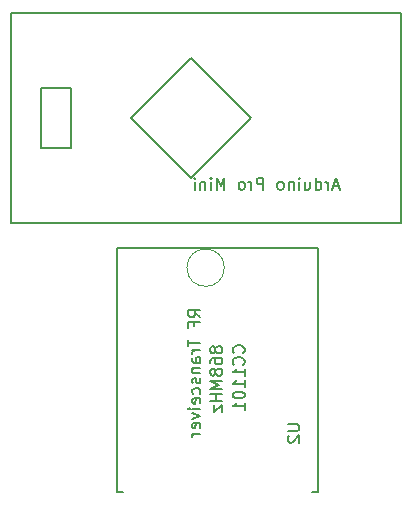
<source format=gbr>
%TF.GenerationSoftware,KiCad,Pcbnew,(6.0.4)*%
%TF.CreationDate,2022-05-02T14:14:32+02:00*%
%TF.ProjectId,HB-SEN-BME280_EXP625,48422d53-454e-42d4-924d-453238305f45,1.0*%
%TF.SameCoordinates,Original*%
%TF.FileFunction,Legend,Bot*%
%TF.FilePolarity,Positive*%
%FSLAX46Y46*%
G04 Gerber Fmt 4.6, Leading zero omitted, Abs format (unit mm)*
G04 Created by KiCad (PCBNEW (6.0.4)) date 2022-05-02 14:14:32*
%MOMM*%
%LPD*%
G01*
G04 APERTURE LIST*
%ADD10C,0.150000*%
%ADD11C,0.120000*%
G04 APERTURE END LIST*
D10*
%TO.C,U1*%
X156369047Y-83286666D02*
X155892857Y-83286666D01*
X156464285Y-83572380D02*
X156130952Y-82572380D01*
X155797619Y-83572380D01*
X155464285Y-83572380D02*
X155464285Y-82905714D01*
X155464285Y-83096190D02*
X155416666Y-83000952D01*
X155369047Y-82953333D01*
X155273809Y-82905714D01*
X155178571Y-82905714D01*
X154416666Y-83572380D02*
X154416666Y-82572380D01*
X154416666Y-83524761D02*
X154511904Y-83572380D01*
X154702380Y-83572380D01*
X154797619Y-83524761D01*
X154845238Y-83477142D01*
X154892857Y-83381904D01*
X154892857Y-83096190D01*
X154845238Y-83000952D01*
X154797619Y-82953333D01*
X154702380Y-82905714D01*
X154511904Y-82905714D01*
X154416666Y-82953333D01*
X153511904Y-82905714D02*
X153511904Y-83572380D01*
X153940476Y-82905714D02*
X153940476Y-83429523D01*
X153892857Y-83524761D01*
X153797619Y-83572380D01*
X153654761Y-83572380D01*
X153559523Y-83524761D01*
X153511904Y-83477142D01*
X153035714Y-83572380D02*
X153035714Y-82905714D01*
X153035714Y-82572380D02*
X153083333Y-82620000D01*
X153035714Y-82667619D01*
X152988095Y-82620000D01*
X153035714Y-82572380D01*
X153035714Y-82667619D01*
X152559523Y-82905714D02*
X152559523Y-83572380D01*
X152559523Y-83000952D02*
X152511904Y-82953333D01*
X152416666Y-82905714D01*
X152273809Y-82905714D01*
X152178571Y-82953333D01*
X152130952Y-83048571D01*
X152130952Y-83572380D01*
X151511904Y-83572380D02*
X151607142Y-83524761D01*
X151654761Y-83477142D01*
X151702380Y-83381904D01*
X151702380Y-83096190D01*
X151654761Y-83000952D01*
X151607142Y-82953333D01*
X151511904Y-82905714D01*
X151369047Y-82905714D01*
X151273809Y-82953333D01*
X151226190Y-83000952D01*
X151178571Y-83096190D01*
X151178571Y-83381904D01*
X151226190Y-83477142D01*
X151273809Y-83524761D01*
X151369047Y-83572380D01*
X151511904Y-83572380D01*
X149988095Y-83572380D02*
X149988095Y-82572380D01*
X149607142Y-82572380D01*
X149511904Y-82620000D01*
X149464285Y-82667619D01*
X149416666Y-82762857D01*
X149416666Y-82905714D01*
X149464285Y-83000952D01*
X149511904Y-83048571D01*
X149607142Y-83096190D01*
X149988095Y-83096190D01*
X148988095Y-83572380D02*
X148988095Y-82905714D01*
X148988095Y-83096190D02*
X148940476Y-83000952D01*
X148892857Y-82953333D01*
X148797619Y-82905714D01*
X148702380Y-82905714D01*
X148226190Y-83572380D02*
X148321428Y-83524761D01*
X148369047Y-83477142D01*
X148416666Y-83381904D01*
X148416666Y-83096190D01*
X148369047Y-83000952D01*
X148321428Y-82953333D01*
X148226190Y-82905714D01*
X148083333Y-82905714D01*
X147988095Y-82953333D01*
X147940476Y-83000952D01*
X147892857Y-83096190D01*
X147892857Y-83381904D01*
X147940476Y-83477142D01*
X147988095Y-83524761D01*
X148083333Y-83572380D01*
X148226190Y-83572380D01*
X146702380Y-83572380D02*
X146702380Y-82572380D01*
X146369047Y-83286666D01*
X146035714Y-82572380D01*
X146035714Y-83572380D01*
X145559523Y-83572380D02*
X145559523Y-82905714D01*
X145559523Y-82572380D02*
X145607142Y-82620000D01*
X145559523Y-82667619D01*
X145511904Y-82620000D01*
X145559523Y-82572380D01*
X145559523Y-82667619D01*
X145083333Y-82905714D02*
X145083333Y-83572380D01*
X145083333Y-83000952D02*
X145035714Y-82953333D01*
X144940476Y-82905714D01*
X144797619Y-82905714D01*
X144702380Y-82953333D01*
X144654761Y-83048571D01*
X144654761Y-83572380D01*
X144178571Y-83572380D02*
X144178571Y-82905714D01*
X144178571Y-82572380D02*
X144226190Y-82620000D01*
X144178571Y-82667619D01*
X144130952Y-82620000D01*
X144178571Y-82572380D01*
X144178571Y-82667619D01*
%TO.C,U2*%
X152052380Y-103408095D02*
X152861904Y-103408095D01*
X152957142Y-103455714D01*
X153004761Y-103503333D01*
X153052380Y-103598571D01*
X153052380Y-103789047D01*
X153004761Y-103884285D01*
X152957142Y-103931904D01*
X152861904Y-103979523D01*
X152052380Y-103979523D01*
X152147619Y-104408095D02*
X152100000Y-104455714D01*
X152052380Y-104550952D01*
X152052380Y-104789047D01*
X152100000Y-104884285D01*
X152147619Y-104931904D01*
X152242857Y-104979523D01*
X152338095Y-104979523D01*
X152480952Y-104931904D01*
X153052380Y-104360476D01*
X153052380Y-104979523D01*
X148307142Y-97374761D02*
X148354761Y-97327142D01*
X148402380Y-97184285D01*
X148402380Y-97089047D01*
X148354761Y-96946190D01*
X148259523Y-96850952D01*
X148164285Y-96803333D01*
X147973809Y-96755714D01*
X147830952Y-96755714D01*
X147640476Y-96803333D01*
X147545238Y-96850952D01*
X147450000Y-96946190D01*
X147402380Y-97089047D01*
X147402380Y-97184285D01*
X147450000Y-97327142D01*
X147497619Y-97374761D01*
X148307142Y-98374761D02*
X148354761Y-98327142D01*
X148402380Y-98184285D01*
X148402380Y-98089047D01*
X148354761Y-97946190D01*
X148259523Y-97850952D01*
X148164285Y-97803333D01*
X147973809Y-97755714D01*
X147830952Y-97755714D01*
X147640476Y-97803333D01*
X147545238Y-97850952D01*
X147450000Y-97946190D01*
X147402380Y-98089047D01*
X147402380Y-98184285D01*
X147450000Y-98327142D01*
X147497619Y-98374761D01*
X148402380Y-99327142D02*
X148402380Y-98755714D01*
X148402380Y-99041428D02*
X147402380Y-99041428D01*
X147545238Y-98946190D01*
X147640476Y-98850952D01*
X147688095Y-98755714D01*
X148402380Y-100279523D02*
X148402380Y-99708095D01*
X148402380Y-99993809D02*
X147402380Y-99993809D01*
X147545238Y-99898571D01*
X147640476Y-99803333D01*
X147688095Y-99708095D01*
X147402380Y-100898571D02*
X147402380Y-100993809D01*
X147450000Y-101089047D01*
X147497619Y-101136666D01*
X147592857Y-101184285D01*
X147783333Y-101231904D01*
X148021428Y-101231904D01*
X148211904Y-101184285D01*
X148307142Y-101136666D01*
X148354761Y-101089047D01*
X148402380Y-100993809D01*
X148402380Y-100898571D01*
X148354761Y-100803333D01*
X148307142Y-100755714D01*
X148211904Y-100708095D01*
X148021428Y-100660476D01*
X147783333Y-100660476D01*
X147592857Y-100708095D01*
X147497619Y-100755714D01*
X147450000Y-100803333D01*
X147402380Y-100898571D01*
X148402380Y-102184285D02*
X148402380Y-101612857D01*
X148402380Y-101898571D02*
X147402380Y-101898571D01*
X147545238Y-101803333D01*
X147640476Y-101708095D01*
X147688095Y-101612857D01*
X145930952Y-97022380D02*
X145883333Y-96927142D01*
X145835714Y-96879523D01*
X145740476Y-96831904D01*
X145692857Y-96831904D01*
X145597619Y-96879523D01*
X145550000Y-96927142D01*
X145502380Y-97022380D01*
X145502380Y-97212857D01*
X145550000Y-97308095D01*
X145597619Y-97355714D01*
X145692857Y-97403333D01*
X145740476Y-97403333D01*
X145835714Y-97355714D01*
X145883333Y-97308095D01*
X145930952Y-97212857D01*
X145930952Y-97022380D01*
X145978571Y-96927142D01*
X146026190Y-96879523D01*
X146121428Y-96831904D01*
X146311904Y-96831904D01*
X146407142Y-96879523D01*
X146454761Y-96927142D01*
X146502380Y-97022380D01*
X146502380Y-97212857D01*
X146454761Y-97308095D01*
X146407142Y-97355714D01*
X146311904Y-97403333D01*
X146121428Y-97403333D01*
X146026190Y-97355714D01*
X145978571Y-97308095D01*
X145930952Y-97212857D01*
X145502380Y-98260476D02*
X145502380Y-98070000D01*
X145550000Y-97974761D01*
X145597619Y-97927142D01*
X145740476Y-97831904D01*
X145930952Y-97784285D01*
X146311904Y-97784285D01*
X146407142Y-97831904D01*
X146454761Y-97879523D01*
X146502380Y-97974761D01*
X146502380Y-98165238D01*
X146454761Y-98260476D01*
X146407142Y-98308095D01*
X146311904Y-98355714D01*
X146073809Y-98355714D01*
X145978571Y-98308095D01*
X145930952Y-98260476D01*
X145883333Y-98165238D01*
X145883333Y-97974761D01*
X145930952Y-97879523D01*
X145978571Y-97831904D01*
X146073809Y-97784285D01*
X145930952Y-98927142D02*
X145883333Y-98831904D01*
X145835714Y-98784285D01*
X145740476Y-98736666D01*
X145692857Y-98736666D01*
X145597619Y-98784285D01*
X145550000Y-98831904D01*
X145502380Y-98927142D01*
X145502380Y-99117619D01*
X145550000Y-99212857D01*
X145597619Y-99260476D01*
X145692857Y-99308095D01*
X145740476Y-99308095D01*
X145835714Y-99260476D01*
X145883333Y-99212857D01*
X145930952Y-99117619D01*
X145930952Y-98927142D01*
X145978571Y-98831904D01*
X146026190Y-98784285D01*
X146121428Y-98736666D01*
X146311904Y-98736666D01*
X146407142Y-98784285D01*
X146454761Y-98831904D01*
X146502380Y-98927142D01*
X146502380Y-99117619D01*
X146454761Y-99212857D01*
X146407142Y-99260476D01*
X146311904Y-99308095D01*
X146121428Y-99308095D01*
X146026190Y-99260476D01*
X145978571Y-99212857D01*
X145930952Y-99117619D01*
X146502380Y-99736666D02*
X145502380Y-99736666D01*
X146216666Y-100070000D01*
X145502380Y-100403333D01*
X146502380Y-100403333D01*
X146502380Y-100879523D02*
X145502380Y-100879523D01*
X145978571Y-100879523D02*
X145978571Y-101450952D01*
X146502380Y-101450952D02*
X145502380Y-101450952D01*
X145835714Y-101831904D02*
X145835714Y-102355714D01*
X146502380Y-101831904D01*
X146502380Y-102355714D01*
X144652380Y-94355714D02*
X144176190Y-94022380D01*
X144652380Y-93784285D02*
X143652380Y-93784285D01*
X143652380Y-94165238D01*
X143700000Y-94260476D01*
X143747619Y-94308095D01*
X143842857Y-94355714D01*
X143985714Y-94355714D01*
X144080952Y-94308095D01*
X144128571Y-94260476D01*
X144176190Y-94165238D01*
X144176190Y-93784285D01*
X144128571Y-95117619D02*
X144128571Y-94784285D01*
X144652380Y-94784285D02*
X143652380Y-94784285D01*
X143652380Y-95260476D01*
X143652380Y-96260476D02*
X143652380Y-96831904D01*
X144652380Y-96546190D02*
X143652380Y-96546190D01*
X144652380Y-97165238D02*
X143985714Y-97165238D01*
X144176190Y-97165238D02*
X144080952Y-97212857D01*
X144033333Y-97260476D01*
X143985714Y-97355714D01*
X143985714Y-97450952D01*
X144652380Y-98212857D02*
X144128571Y-98212857D01*
X144033333Y-98165238D01*
X143985714Y-98070000D01*
X143985714Y-97879523D01*
X144033333Y-97784285D01*
X144604761Y-98212857D02*
X144652380Y-98117619D01*
X144652380Y-97879523D01*
X144604761Y-97784285D01*
X144509523Y-97736666D01*
X144414285Y-97736666D01*
X144319047Y-97784285D01*
X144271428Y-97879523D01*
X144271428Y-98117619D01*
X144223809Y-98212857D01*
X143985714Y-98689047D02*
X144652380Y-98689047D01*
X144080952Y-98689047D02*
X144033333Y-98736666D01*
X143985714Y-98831904D01*
X143985714Y-98974761D01*
X144033333Y-99070000D01*
X144128571Y-99117619D01*
X144652380Y-99117619D01*
X144604761Y-99546190D02*
X144652380Y-99641428D01*
X144652380Y-99831904D01*
X144604761Y-99927142D01*
X144509523Y-99974761D01*
X144461904Y-99974761D01*
X144366666Y-99927142D01*
X144319047Y-99831904D01*
X144319047Y-99689047D01*
X144271428Y-99593809D01*
X144176190Y-99546190D01*
X144128571Y-99546190D01*
X144033333Y-99593809D01*
X143985714Y-99689047D01*
X143985714Y-99831904D01*
X144033333Y-99927142D01*
X144604761Y-100831904D02*
X144652380Y-100736666D01*
X144652380Y-100546190D01*
X144604761Y-100450952D01*
X144557142Y-100403333D01*
X144461904Y-100355714D01*
X144176190Y-100355714D01*
X144080952Y-100403333D01*
X144033333Y-100450952D01*
X143985714Y-100546190D01*
X143985714Y-100736666D01*
X144033333Y-100831904D01*
X144604761Y-101641428D02*
X144652380Y-101546190D01*
X144652380Y-101355714D01*
X144604761Y-101260476D01*
X144509523Y-101212857D01*
X144128571Y-101212857D01*
X144033333Y-101260476D01*
X143985714Y-101355714D01*
X143985714Y-101546190D01*
X144033333Y-101641428D01*
X144128571Y-101689047D01*
X144223809Y-101689047D01*
X144319047Y-101212857D01*
X144652380Y-102117619D02*
X143985714Y-102117619D01*
X143652380Y-102117619D02*
X143700000Y-102070000D01*
X143747619Y-102117619D01*
X143700000Y-102165238D01*
X143652380Y-102117619D01*
X143747619Y-102117619D01*
X143985714Y-102498571D02*
X144652380Y-102736666D01*
X143985714Y-102974761D01*
X144604761Y-103736666D02*
X144652380Y-103641428D01*
X144652380Y-103450952D01*
X144604761Y-103355714D01*
X144509523Y-103308095D01*
X144128571Y-103308095D01*
X144033333Y-103355714D01*
X143985714Y-103450952D01*
X143985714Y-103641428D01*
X144033333Y-103736666D01*
X144128571Y-103784285D01*
X144223809Y-103784285D01*
X144319047Y-103308095D01*
X144652380Y-104212857D02*
X143985714Y-104212857D01*
X144176190Y-104212857D02*
X144080952Y-104260476D01*
X144033333Y-104308095D01*
X143985714Y-104403333D01*
X143985714Y-104498571D01*
%TO.C,U1*%
X131140000Y-80020000D02*
X131140000Y-74940000D01*
X128600000Y-68590000D02*
X161620000Y-68590000D01*
X161620000Y-68590000D02*
X161620000Y-86370000D01*
X131140000Y-74940000D02*
X133680000Y-74940000D01*
X128600000Y-86370000D02*
X128600000Y-68590000D01*
X161620000Y-86370000D02*
X128600000Y-86370000D01*
X143840000Y-72400000D02*
X148920000Y-77480000D01*
X133680000Y-80020000D02*
X131140000Y-80020000D01*
X138760000Y-77480000D02*
X143840000Y-72400000D01*
X143840000Y-82560000D02*
X138760000Y-77480000D01*
X133680000Y-74940000D02*
X133680000Y-80020000D01*
X148920000Y-77480000D02*
X143840000Y-82560000D01*
%TO.C,U2*%
X154600000Y-109170000D02*
X154600000Y-88470000D01*
X137600000Y-109170000D02*
X138100000Y-109170000D01*
X137600000Y-88470000D02*
X137600000Y-109170000D01*
X154600000Y-88470000D02*
X137600000Y-88470000D01*
X154600000Y-109170000D02*
X154100000Y-109170000D01*
D11*
X146681139Y-90170000D02*
G75*
G03*
X146681139Y-90170000I-1581139J0D01*
G01*
%TD*%
M02*

</source>
